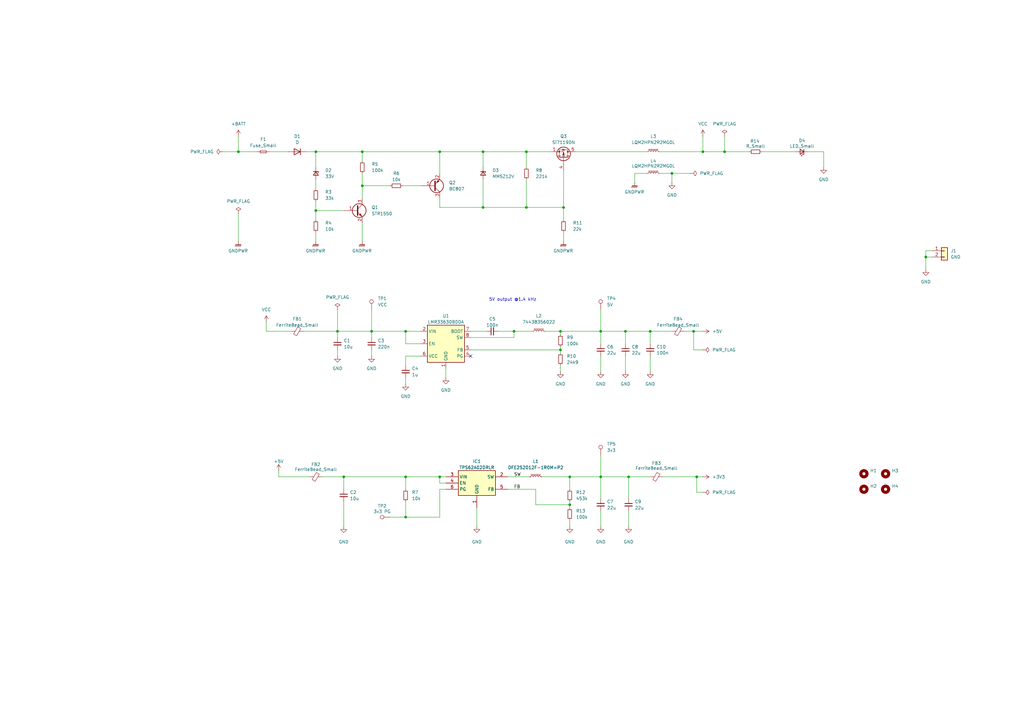
<source format=kicad_sch>
(kicad_sch (version 20231120) (generator "eeschema") (generator_version "8.0")
  (paper "A3")
  (title_block (title "Power") (date "2025-04-29") (rev "v0.1.0") (company "github.com/gabbla") (comment 1 "${PROJECTNAME}"))
  (lib_symbols
    (symbol "Connector:TestPoint" (pin_numbers hide) (pin_names (offset 0.762) hide)
      (property "Reference" "TP" (at 0 6.858 0))
      (property "Value" "TestPoint" (at 0 5.08 0))
      (symbol "TestPoint_0_1"
        (circle (center 0 3.302) (radius 0.762))
      )
      (symbol "TestPoint_1_1"
        (pin passive line (at 0 0 90) (length 2.54) (name "1") (number "1"))
      )
    )
    (symbol "Connector_Generic:Conn_01x02" (pin_names (offset 1.016) hide)
      (property "Reference" "J" (at 0 2.54 0))
      (property "Value" "Conn_01x02" (at 0 -5.08 0))
      (symbol "Conn_01x02_1_1"
        (rectangle (start -1.27 -2.413) (end 0 -2.667) (stroke (width 0.1524)))
        (rectangle (start -1.27 0.127) (end 0 -0.127) (stroke (width 0.1524)))
        (rectangle (start -1.27 1.27) (end 1.27 -3.81) (stroke (width 0.254)) (fill (type background)))
        (pin passive line (at -5.08 0 0) (length 3.81) (name "Pin_1") (number "1"))
        (pin passive line (at -5.08 -2.54 0) (length 3.81) (name "Pin_2") (number "2"))
      )
    )
    (symbol "Device:C_Small" (pin_numbers hide) (pin_names (offset 0.254) hide)
      (property "Reference" "C" (at 0.254 1.778 0))
      (property "Value" "C_Small" (at 0.254 -2.032 0))
      (symbol "C_Small_0_1"
        (polyline (pts (xy -1.524 -0.508) (xy 1.524 -0.508)) (stroke (width 0.3302)))
        (polyline (pts (xy -1.524 0.508) (xy 1.524 0.508)) (stroke (width 0.3048)))
      )
      (symbol "C_Small_1_1"
        (pin passive line (at 0 2.54 270) (length 2.032) (name "~") (number "1"))
        (pin passive line (at 0 -2.54 90) (length 2.032) (name "~") (number "2"))
      )
    )
    (symbol "Device:D" (pin_numbers hide) (pin_names (offset 1.016) hide)
      (property "Reference" "D" (at 0 2.54 0))
      (property "Value" "D" (at 0 -2.54 0))
      (symbol "D_0_1"
        (polyline (pts (xy -1.27 1.27) (xy -1.27 -1.27)) (stroke (width 0.254)))
        (polyline (pts (xy 1.27 0) (xy -1.27 0)))
        (polyline (pts (xy 1.27 1.27) (xy 1.27 -1.27) (xy -1.27 0) (xy 1.27 1.27)) (stroke (width 0.254)))
      )
      (symbol "D_1_1"
        (pin passive line (at -3.81 0 0) (length 2.54) (name "K") (number "1"))
        (pin passive line (at 3.81 0 180) (length 2.54) (name "A") (number "2"))
      )
    )
    (symbol "Device:D_Zener_Small" (pin_numbers hide) (pin_names (offset 0.254) hide)
      (property "Reference" "D" (at 0 2.286 0))
      (property "Value" "D_Zener_Small" (at 0 -2.286 0))
      (symbol "D_Zener_Small_0_1"
        (polyline (pts (xy 0.762 0) (xy -0.762 0)))
        (polyline (pts (xy -0.254 1.016) (xy -0.762 1.016) (xy -0.762 -1.016)) (stroke (width 0.254)))
        (polyline (pts (xy 0.762 1.016) (xy -0.762 0) (xy 0.762 -1.016) (xy 0.762 1.016)) (stroke (width 0.254)))
      )
      (symbol "D_Zener_Small_1_1"
        (pin passive line (at -2.54 0 0) (length 1.778) (name "K") (number "1"))
        (pin passive line (at 2.54 0 180) (length 1.778) (name "A") (number "2"))
      )
    )
    (symbol "Device:FerriteBead_Small" (pin_numbers hide) (pin_names (offset 0))
      (property "Reference" "FB" (at 1.905 1.27 0))
      (property "Value" "FerriteBead_Small" (at 1.905 -1.27 0))
      (symbol "FerriteBead_Small_0_1"
        (polyline (pts (xy 0 -1.27) (xy 0 -0.7874)))
        (polyline (pts (xy 0 0.889) (xy 0 1.2954)))
        (polyline (pts (xy -1.8288 0.2794) (xy -1.1176 1.4986) (xy 1.8288 -0.2032) (xy 1.1176 -1.4224) (xy -1.8288 0.2794)))
      )
      (symbol "FerriteBead_Small_1_1"
        (pin passive line (at 0 2.54 270) (length 1.27) (name "~") (number "1"))
        (pin passive line (at 0 -2.54 90) (length 1.27) (name "~") (number "2"))
      )
    )
    (symbol "Device:Fuse_Small" (pin_numbers hide) (pin_names (offset 0.254) hide)
      (property "Reference" "F" (at 0 -1.524 0))
      (property "Value" "Fuse_Small" (at 0 1.524 0))
      (symbol "Fuse_Small_0_1"
        (rectangle (start -1.27 0.508) (end 1.27 -0.508))
        (polyline (pts (xy -1.27 0) (xy 1.27 0)))
      )
      (symbol "Fuse_Small_1_1"
        (pin passive line (at -2.54 0 0) (length 1.27) (name "~") (number "1"))
        (pin passive line (at 2.54 0 180) (length 1.27) (name "~") (number "2"))
      )
    )
    (symbol "Device:LED_Small" (pin_numbers hide) (pin_names (offset 0.254) hide)
      (property "Reference" "D" (at -1.27 3.175 0))
      (property "Value" "LED_Small" (at -4.445 -2.54 0))
      (symbol "LED_Small_0_1"
        (polyline (pts (xy -0.762 -1.016) (xy -0.762 1.016)) (stroke (width 0.254)))
        (polyline (pts (xy 1.016 0) (xy -0.762 0)))
        (polyline (pts (xy 0.762 -1.016) (xy -0.762 0) (xy 0.762 1.016) (xy 0.762 -1.016)) (stroke (width 0.254)))
        (polyline (pts (xy 0 0.762) (xy -0.508 1.27) (xy -0.254 1.27) (xy -0.508 1.27) (xy -0.508 1.016)))
        (polyline (pts (xy 0.508 1.27) (xy 0 1.778) (xy 0.254 1.778) (xy 0 1.778) (xy 0 1.524)))
      )
      (symbol "LED_Small_1_1"
        (pin passive line (at -2.54 0 0) (length 1.778) (name "K") (number "1"))
        (pin passive line (at 2.54 0 180) (length 1.778) (name "A") (number "2"))
      )
    )
    (symbol "Device:L_Ferrite_Small" (pin_numbers hide) (pin_names (offset 0.254) hide)
      (property "Reference" "L" (at 1.27 1.016 0))
      (property "Value" "L_Ferrite_Small" (at 1.27 -1.27 0))
      (symbol "L_Ferrite_Small_0_1"
        (arc (start 0 -2.032) (mid 0.5058 -1.524) (end 0 -1.016))
        (arc (start 0 -1.016) (mid 0.5058 -0.508) (end 0 0))
        (polyline (pts (xy 0.762 -1.905) (xy 0.762 -1.651)))
        (polyline (pts (xy 0.762 -1.397) (xy 0.762 -1.143)))
        (polyline (pts (xy 0.762 -0.889) (xy 0.762 -0.635)))
        (polyline (pts (xy 0.762 -0.381) (xy 0.762 -0.127)))
        (polyline (pts (xy 0.762 0.127) (xy 0.762 0.381)))
        (polyline (pts (xy 0.762 0.635) (xy 0.762 0.889)))
        (polyline (pts (xy 0.762 1.143) (xy 0.762 1.397)))
        (polyline (pts (xy 0.762 1.651) (xy 0.762 1.905)))
        (polyline (pts (xy 1.016 -1.651) (xy 1.016 -1.905)))
        (polyline (pts (xy 1.016 -1.143) (xy 1.016 -1.397)))
        (polyline (pts (xy 1.016 -0.635) (xy 1.016 -0.889)))
        (polyline (pts (xy 1.016 -0.127) (xy 1.016 -0.381)))
        (polyline (pts (xy 1.016 0.381) (xy 1.016 0.127)))
        (polyline (pts (xy 1.016 0.889) (xy 1.016 0.635)))
        (polyline (pts (xy 1.016 1.397) (xy 1.016 1.143)))
        (polyline (pts (xy 1.016 1.905) (xy 1.016 1.651)))
        (arc (start 0 0) (mid 0.5058 0.508) (end 0 1.016))
        (arc (start 0 1.016) (mid 0.5058 1.524) (end 0 2.032))
      )
      (symbol "L_Ferrite_Small_1_1"
        (pin passive line (at 0 2.54 270) (length 0.508) (name "~") (number "1"))
        (pin passive line (at 0 -2.54 90) (length 0.508) (name "~") (number "2"))
      )
    )
    (symbol "Device:Q_NPN_BEC" (pin_names (offset 0) hide)
      (property "Reference" "Q" (at 5.08 1.27 0))
      (property "Value" "Q_NPN_BEC" (at 5.08 -1.27 0))
      (symbol "Q_NPN_BEC_0_1"
        (polyline (pts (xy 0.635 0.635) (xy 2.54 2.54)))
        (polyline (pts (xy 0.635 -0.635) (xy 2.54 -2.54) (xy 2.54 -2.54)))
        (polyline (pts (xy 0.635 1.905) (xy 0.635 -1.905) (xy 0.635 -1.905)) (stroke (width 0.508)))
        (polyline (pts (xy 1.27 -1.778) (xy 1.778 -1.27) (xy 2.286 -2.286) (xy 1.27 -1.778) (xy 1.27 -1.778)) (fill (type outline)))
        (circle (center 1.27 0) (radius 2.8194) (stroke (width 0.254)))
      )
      (symbol "Q_NPN_BEC_1_1"
        (pin input line (at -5.08 0 0) (length 5.715) (name "B") (number "1"))
        (pin passive line (at 2.54 -5.08 90) (length 2.54) (name "E") (number "2"))
        (pin passive line (at 2.54 5.08 270) (length 2.54) (name "C") (number "3"))
      )
    )
    (symbol "Device:R_Small" (pin_numbers hide) (pin_names (offset 0.254) hide)
      (property "Reference" "R" (at 0.762 0.508 0))
      (property "Value" "R_Small" (at 0.762 -1.016 0))
      (symbol "R_Small_0_1"
        (rectangle (start -0.762 1.778) (end 0.762 -1.778) (stroke (width 0.2032)))
      )
      (symbol "R_Small_1_1"
        (pin passive line (at 0 2.54 270) (length 0.762) (name "~") (number "1"))
        (pin passive line (at 0 -2.54 90) (length 0.762) (name "~") (number "2"))
      )
    )
    (symbol "Mechanical:MountingHole" (pin_names (offset 1.016))
      (property "Reference" "H" (at 0 5.08 0))
      (property "Value" "MountingHole" (at 0 3.175 0))
      (symbol "MountingHole_0_1"
        (circle (center 0 0) (radius 1.27) (stroke (width 1.27)))
      )
    )
    (symbol "Regulator_Switching:LMR33630BDDA"
      (property "Reference" "U" (at 0 11.43 0))
      (property "Value" "LMR33630BDDA" (at 0 8.89 0))
      (symbol "LMR33630BDDA_0_1"
        (rectangle (start -7.62 7.62) (end 7.62 -7.62) (stroke (width 0.254)) (fill (type background)))
      )
      (symbol "LMR33630BDDA_1_1"
        (pin power_in line (at 0 -10.16 90) (length 2.54) (name "GND") (number "1"))
        (pin power_in line (at -10.16 5.08 0) (length 2.54) (name "VIN") (number "2"))
        (pin input line (at -10.16 0 0) (length 2.54) (name "EN") (number "3"))
        (pin open_collector line (at 10.16 -5.08 180) (length 2.54) (name "PG") (number "4"))
        (pin input line (at 10.16 -2.54 180) (length 2.54) (name "FB") (number "5"))
        (pin power_out line (at -10.16 -5.08 0) (length 2.54) (name "VCC") (number "6"))
        (pin input line (at 10.16 5.08 180) (length 2.54) (name "BOOT") (number "7"))
        (pin output line (at 10.16 2.54 180) (length 2.54) (name "SW") (number "8"))
        (pin passive line (at 0 -10.16 90) (length 2.54) hide (name "GND") (number "9"))
      )
    )
    (symbol "TPS62A02DRLR:TPS62A02DRLR"
      (property "Reference" "IC" (at 12.192 7.366 0))
      (property "Value" "TPS62A02DRLR" (at 5.842 4.826 0))
      (symbol "TPS62A02DRLR_1_1"
        (rectangle (start 5.08 2.54) (end 20.32 -7.62) (stroke (width 0.254)) (fill (type background)))
        (pin passive line (at 12.7 -12.7 90) (length 5.08) (name "GND") (number "1"))
        (pin passive line (at 25.4 0 180) (length 5.08) (name "SW") (number "2"))
        (pin passive line (at 0 0 0) (length 5.08) (name "VIN") (number "3"))
        (pin passive line (at 0 -2.54 0) (length 5.08) (name "EN") (number "4"))
        (pin passive line (at 25.4 -5.08 180) (length 5.08) (name "FB") (number "5"))
        (pin passive line (at 0 -5.08 0) (length 5.08) (name "PG") (number "6"))
      )
    )
    (symbol "Transistor_BJT:BC807" (pin_names (offset 0) hide)
      (property "Reference" "Q" (at 5.08 1.905 0))
      (property "Value" "BC807" (at 5.08 0 0))
      (symbol "BC807_0_1"
        (polyline (pts (xy 0.635 0.635) (xy 2.54 2.54)))
        (polyline (pts (xy 0.635 -0.635) (xy 2.54 -2.54) (xy 2.54 -2.54)))
        (polyline (pts (xy 0.635 1.905) (xy 0.635 -1.905) (xy 0.635 -1.905)) (stroke (width 0.508)))
        (polyline (pts (xy 2.286 -1.778) (xy 1.778 -2.286) (xy 1.27 -1.27) (xy 2.286 -1.778) (xy 2.286 -1.778)) (fill (type outline)))
        (circle (center 1.27 0) (radius 2.8194) (stroke (width 0.254)))
      )
      (symbol "BC807_1_1"
        (pin input line (at -5.08 0 0) (length 5.715) (name "B") (number "1"))
        (pin passive line (at 2.54 -5.08 90) (length 2.54) (name "E") (number "2"))
        (pin passive line (at 2.54 5.08 270) (length 2.54) (name "C") (number "3"))
      )
    )
    (symbol "Transistor_FET:SiSS27DN" (pin_names hide)
      (property "Reference" "Q" (at 5.08 1.905 0))
      (property "Value" "SiSS27DN" (at 5.08 0 0))
      (symbol "SiSS27DN_0_1"
        (polyline (pts (xy 0.254 0) (xy -2.54 0)))
        (polyline (pts (xy 0.254 1.905) (xy 0.254 -1.905)) (stroke (width 0.254)))
        (polyline (pts (xy 0.762 -1.27) (xy 0.762 -2.286)) (stroke (width 0.254)))
        (polyline (pts (xy 0.762 0.508) (xy 0.762 -0.508)) (stroke (width 0.254)))
        (polyline (pts (xy 0.762 2.286) (xy 0.762 1.27)) (stroke (width 0.254)))
        (polyline (pts (xy 2.54 2.54) (xy 2.54 1.778)))
        (polyline (pts (xy 2.54 -2.54) (xy 2.54 0) (xy 0.762 0)))
        (polyline (pts (xy 0.762 1.778) (xy 3.302 1.778) (xy 3.302 -1.778) (xy 0.762 -1.778)))
        (polyline (pts (xy 2.286 0) (xy 1.27 0.381) (xy 1.27 -0.381) (xy 2.286 0)) (fill (type outline)))
        (polyline (pts (xy 2.794 -0.508) (xy 2.921 -0.381) (xy 3.683 -0.381) (xy 3.81 -0.254)))
        (polyline (pts (xy 3.302 -0.381) (xy 2.921 0.254) (xy 3.683 0.254) (xy 3.302 -0.381)))
        (circle (center 1.651 0) (radius 2.794) (stroke (width 0.254)))
        (circle (center 2.54 -1.778) (radius 0.254) (fill (type outline)))
        (circle (center 2.54 1.778) (radius 0.254) (fill (type outline)))
      )
      (symbol "SiSS27DN_1_1"
        (pin passive line (at 2.54 -5.08 90) (length 2.54) (name "S") (number "1"))
        (pin passive line (at 2.54 -5.08 90) (length 2.54) hide (name "S") (number "2"))
        (pin passive line (at 2.54 -5.08 90) (length 2.54) hide (name "S") (number "3"))
        (pin passive line (at -5.08 0 0) (length 2.54) (name "G") (number "4"))
        (pin passive line (at 2.54 5.08 270) (length 2.54) (name "D") (number "5"))
      )
    )
    (symbol "power:+3V3" (power) (pin_numbers hide) (pin_names (offset 0) hide)
      (property "Value" "+3V3" (at 0 3.556 0))
      (symbol "+3V3_0_1"
        (polyline (pts (xy -0.762 1.27) (xy 0 2.54)))
        (polyline (pts (xy 0 0) (xy 0 2.54)))
        (polyline (pts (xy 0 2.54) (xy 0.762 1.27)))
      )
      (symbol "+3V3_1_1"
        (pin power_in line (at 0 0 90) (length 0) (name "~") (number "1"))
      )
    )
    (symbol "power:+5V" (power) (pin_numbers hide) (pin_names (offset 0) hide)
      (property "Value" "+5V" (at 0 3.556 0))
      (symbol "+5V_0_1"
        (polyline (pts (xy -0.762 1.27) (xy 0 2.54)))
        (polyline (pts (xy 0 0) (xy 0 2.54)))
        (polyline (pts (xy 0 2.54) (xy 0.762 1.27)))
      )
      (symbol "+5V_1_1"
        (pin power_in line (at 0 0 90) (length 0) (name "~") (number "1"))
      )
    )
    (symbol "power:+BATT" (power) (pin_numbers hide) (pin_names (offset 0) hide)
      (property "Value" "+BATT" (at 0 3.556 0))
      (symbol "+BATT_0_1"
        (polyline (pts (xy -0.762 1.27) (xy 0 2.54)))
        (polyline (pts (xy 0 0) (xy 0 2.54)))
        (polyline (pts (xy 0 2.54) (xy 0.762 1.27)))
      )
      (symbol "+BATT_1_1"
        (pin power_in line (at 0 0 90) (length 0) (name "~") (number "1"))
      )
    )
    (symbol "power:GND" (power) (pin_numbers hide) (pin_names (offset 0) hide)
      (property "Value" "GND" (at 0 -3.81 0))
      (symbol "GND_0_1"
        (polyline (pts (xy 0 0) (xy 0 -1.27) (xy 1.27 -1.27) (xy 0 -2.54) (xy -1.27 -1.27) (xy 0 -1.27)))
      )
      (symbol "GND_1_1"
        (pin power_in line (at 0 0 270) (length 0) (name "~") (number "1"))
      )
    )
    (symbol "power:GNDPWR" (power) (pin_numbers hide) (pin_names (offset 0) hide)
      (property "Value" "GNDPWR" (at 0 -3.302 0))
      (symbol "GNDPWR_0_1"
        (polyline (pts (xy 0 -1.27) (xy 0 0)))
        (polyline (pts (xy -1.016 -1.27) (xy -1.27 -2.032) (xy -1.27 -2.032)) (stroke (width 0.2032)))
        (polyline (pts (xy -0.508 -1.27) (xy -0.762 -2.032) (xy -0.762 -2.032)) (stroke (width 0.2032)))
        (polyline (pts (xy 0 -1.27) (xy -0.254 -2.032) (xy -0.254 -2.032)) (stroke (width 0.2032)))
        (polyline (pts (xy 0.508 -1.27) (xy 0.254 -2.032) (xy 0.254 -2.032)) (stroke (width 0.2032)))
        (polyline (pts (xy 1.016 -1.27) (xy -1.016 -1.27) (xy -1.016 -1.27)) (stroke (width 0.2032)))
        (polyline (pts (xy 1.016 -1.27) (xy 0.762 -2.032) (xy 0.762 -2.032) (xy 0.762 -2.032)) (stroke (width 0.2032)))
      )
      (symbol "GNDPWR_1_1"
        (pin power_in line (at 0 0 270) (length 0) (name "~") (number "1"))
      )
    )
    (symbol "power:PWR_FLAG" (power) (pin_numbers hide) (pin_names (offset 0) hide)
      (property "Value" "PWR_FLAG" (at 0 3.81 0))
      (symbol "PWR_FLAG_0_0"
        (pin power_out line (at 0 0 90) (length 0) (name "~") (number "1"))
      )
      (symbol "PWR_FLAG_0_1"
        (polyline (pts (xy 0 0) (xy 0 1.27) (xy -1.016 1.905) (xy 0 2.54) (xy 1.016 1.905) (xy 0 1.27)))
      )
    )
    (symbol "power:VCC" (power) (pin_numbers hide) (pin_names (offset 0) hide)
      (property "Value" "VCC" (at 0 3.556 0))
      (symbol "VCC_0_1"
        (polyline (pts (xy -0.762 1.27) (xy 0 2.54)))
        (polyline (pts (xy 0 0) (xy 0 2.54)))
        (polyline (pts (xy 0 2.54) (xy 0.762 1.27)))
      )
      (symbol "VCC_1_1"
        (pin power_in line (at 0 0 90) (length 0) (name "~") (number "1"))
      )
    )
  )
  (junction (at 166.37 212.09))
  (junction (at 266.7 135.89))
  (junction (at 180.34 62.23))
  (junction (at 285.75 195.58))
  (junction (at 210.82 135.89))
  (junction (at 138.43 135.89))
  (junction (at 140.97 195.58))
  (junction (at 215.9 85.09))
  (junction (at 198.12 85.09))
  (junction (at 379.73 105.41))
  (junction (at 288.29 62.23))
  (junction (at 152.4 135.89))
  (junction (at 129.54 86.36))
  (junction (at 166.37 135.89))
  (junction (at 148.59 62.23))
  (junction (at 256.54 135.89))
  (junction (at 97.79 62.23))
  (junction (at 297.18 62.23))
  (junction (at 166.37 195.58))
  (junction (at 246.38 135.89))
  (junction (at 275.59 71.12))
  (junction (at 231.14 85.09))
  (junction (at 233.68 195.58))
  (junction (at 229.87 143.51))
  (junction (at 229.87 135.89))
  (junction (at 233.68 207.01))
  (junction (at 148.59 76.2))
  (junction (at 284.48 135.89))
  (junction (at 257.81 195.58))
  (junction (at 198.12 62.23))
  (junction (at 215.9 62.23))
  (junction (at 129.54 62.23))
  (junction (at 246.38 195.58))
  (junction (at 180.34 195.58))
  (no_connect (at 193.04 146.05))
  (wire (pts (xy 172.72 140.97) (xy 166.37 140.97)))
  (wire (pts (xy 288.29 143.51) (xy 284.48 143.51)))
  (wire (pts (xy 97.79 55.88) (xy 97.79 62.23)))
  (wire (pts (xy 246.38 127) (xy 246.38 135.89)))
  (wire (pts (xy 110.49 62.23) (xy 118.11 62.23)))
  (wire (pts (xy 152.4 135.89) (xy 138.43 135.89)))
  (wire (pts (xy 208.28 200.66) (xy 219.71 200.66)))
  (wire (pts (xy 379.73 102.87) (xy 379.73 105.41)))
  (wire (pts (xy 260.35 71.12) (xy 265.43 71.12)))
  (wire (pts (xy 165.1 76.2) (xy 172.72 76.2)))
  (wire (pts (xy 180.34 85.09) (xy 198.12 85.09)))
  (wire (pts (xy 180.34 212.09) (xy 166.37 212.09)))
  (wire (pts (xy 256.54 135.89) (xy 266.7 135.89)))
  (wire (pts (xy 210.82 135.89) (xy 204.47 135.89)))
  (wire (pts (xy 193.04 143.51) (xy 229.87 143.51)))
  (wire (pts (xy 198.12 85.09) (xy 198.12 73.66)))
  (wire (pts (xy 288.29 55.88) (xy 288.29 62.23)))
  (wire (pts (xy 148.59 66.04) (xy 148.59 62.23)))
  (wire (pts (xy 125.73 62.23) (xy 129.54 62.23)))
  (wire (pts (xy 229.87 149.86) (xy 229.87 152.4)))
  (wire (pts (xy 231.14 85.09) (xy 231.14 90.17)))
  (wire (pts (xy 257.81 209.55) (xy 257.81 215.9)))
  (wire (pts (xy 138.43 143.51) (xy 138.43 146.05)))
  (wire (pts (xy 379.73 105.41) (xy 382.27 105.41)))
  (wire (pts (xy 288.29 195.58) (xy 285.75 195.58)))
  (wire (pts (xy 256.54 135.89) (xy 256.54 140.97)))
  (wire (pts (xy 337.82 62.23) (xy 337.82 68.58)))
  (wire (pts (xy 91.44 62.23) (xy 97.79 62.23)))
  (wire (pts (xy 246.38 146.05) (xy 246.38 152.4)))
  (wire (pts (xy 382.27 102.87) (xy 379.73 102.87)))
  (wire (pts (xy 246.38 195.58) (xy 233.68 195.58)))
  (wire (pts (xy 379.73 105.41) (xy 379.73 110.49)))
  (wire (pts (xy 219.71 207.01) (xy 233.68 207.01)))
  (wire (pts (xy 266.7 146.05) (xy 266.7 152.4)))
  (wire (pts (xy 215.9 73.66) (xy 215.9 85.09)))
  (wire (pts (xy 246.38 186.69) (xy 246.38 195.58)))
  (wire (pts (xy 129.54 82.55) (xy 129.54 86.36)))
  (wire (pts (xy 182.88 200.66) (xy 180.34 200.66)))
  (wire (pts (xy 297.18 55.88) (xy 297.18 62.23)))
  (wire (pts (xy 195.58 208.28) (xy 195.58 215.9)))
  (wire (pts (xy 285.75 195.58) (xy 271.78 195.58)))
  (wire (pts (xy 231.14 95.25) (xy 231.14 99.06)))
  (wire (pts (xy 222.25 195.58) (xy 233.68 195.58)))
  (wire (pts (xy 215.9 62.23) (xy 226.06 62.23)))
  (wire (pts (xy 215.9 68.58) (xy 215.9 62.23)))
  (wire (pts (xy 275.59 71.12) (xy 283.21 71.12)))
  (wire (pts (xy 215.9 85.09) (xy 231.14 85.09)))
  (wire (pts (xy 210.82 138.43) (xy 210.82 135.89)))
  (wire (pts (xy 285.75 201.93) (xy 285.75 195.58)))
  (wire (pts (xy 148.59 76.2) (xy 148.59 81.28)))
  (wire (pts (xy 231.14 69.85) (xy 231.14 85.09)))
  (wire (pts (xy 297.18 62.23) (xy 307.34 62.23)))
  (wire (pts (xy 246.38 204.47) (xy 246.38 195.58)))
  (wire (pts (xy 132.08 195.58) (xy 140.97 195.58)))
  (wire (pts (xy 208.28 195.58) (xy 217.17 195.58)))
  (wire (pts (xy 270.51 71.12) (xy 275.59 71.12)))
  (wire (pts (xy 229.87 135.89) (xy 246.38 135.89)))
  (wire (pts (xy 148.59 91.44) (xy 148.59 99.06)))
  (wire (pts (xy 166.37 154.94) (xy 166.37 157.48)))
  (wire (pts (xy 166.37 140.97) (xy 166.37 135.89)))
  (wire (pts (xy 138.43 135.89) (xy 138.43 138.43)))
  (wire (pts (xy 198.12 68.58) (xy 198.12 62.23)))
  (wire (pts (xy 233.68 207.01) (xy 233.68 208.28)))
  (wire (pts (xy 288.29 201.93) (xy 285.75 201.93)))
  (wire (pts (xy 160.02 212.09) (xy 166.37 212.09)))
  (wire (pts (xy 114.3 195.58) (xy 127 195.58)))
  (wire (pts (xy 229.87 143.51) (xy 229.87 142.24)))
  (wire (pts (xy 223.52 135.89) (xy 229.87 135.89)))
  (wire (pts (xy 166.37 195.58) (xy 180.34 195.58)))
  (wire (pts (xy 233.68 195.58) (xy 233.68 200.66)))
  (wire (pts (xy 229.87 143.51) (xy 229.87 144.78)))
  (wire (pts (xy 148.59 62.23) (xy 129.54 62.23)))
  (wire (pts (xy 246.38 135.89) (xy 256.54 135.89)))
  (wire (pts (xy 172.72 146.05) (xy 166.37 146.05)))
  (wire (pts (xy 140.97 205.74) (xy 140.97 215.9)))
  (wire (pts (xy 229.87 135.89) (xy 229.87 137.16)))
  (wire (pts (xy 193.04 138.43) (xy 210.82 138.43)))
  (wire (pts (xy 109.22 135.89) (xy 119.38 135.89)))
  (wire (pts (xy 166.37 195.58) (xy 166.37 200.66)))
  (wire (pts (xy 129.54 73.66) (xy 129.54 77.47)))
  (wire (pts (xy 198.12 62.23) (xy 215.9 62.23)))
  (wire (pts (xy 140.97 195.58) (xy 166.37 195.58)))
  (wire (pts (xy 152.4 143.51) (xy 152.4 146.05)))
  (wire (pts (xy 180.34 198.12) (xy 180.34 195.58)))
  (wire (pts (xy 129.54 62.23) (xy 129.54 68.58)))
  (wire (pts (xy 114.3 193.04) (xy 114.3 195.58)))
  (wire (pts (xy 215.9 85.09) (xy 198.12 85.09)))
  (wire (pts (xy 138.43 127) (xy 138.43 135.89)))
  (wire (pts (xy 288.29 62.23) (xy 270.51 62.23)))
  (wire (pts (xy 260.35 71.12) (xy 260.35 74.93)))
  (wire (pts (xy 182.88 198.12) (xy 180.34 198.12)))
  (wire (pts (xy 152.4 135.89) (xy 152.4 138.43)))
  (wire (pts (xy 180.34 71.12) (xy 180.34 62.23)))
  (wire (pts (xy 180.34 81.28) (xy 180.34 85.09)))
  (wire (pts (xy 275.59 71.12) (xy 275.59 74.93)))
  (wire (pts (xy 257.81 195.58) (xy 246.38 195.58)))
  (wire (pts (xy 152.4 127) (xy 152.4 135.89)))
  (wire (pts (xy 256.54 146.05) (xy 256.54 152.4)))
  (wire (pts (xy 284.48 135.89) (xy 288.29 135.89)))
  (wire (pts (xy 124.46 135.89) (xy 138.43 135.89)))
  (wire (pts (xy 166.37 135.89) (xy 152.4 135.89)))
  (wire (pts (xy 129.54 86.36) (xy 140.97 86.36)))
  (wire (pts (xy 166.37 205.74) (xy 166.37 212.09)))
  (wire (pts (xy 97.79 87.63) (xy 97.79 99.06)))
  (wire (pts (xy 266.7 135.89) (xy 275.59 135.89)))
  (wire (pts (xy 180.34 62.23) (xy 198.12 62.23)))
  (wire (pts (xy 266.7 140.97) (xy 266.7 135.89)))
  (wire (pts (xy 180.34 200.66) (xy 180.34 212.09)))
  (wire (pts (xy 180.34 62.23) (xy 148.59 62.23)))
  (wire (pts (xy 219.71 200.66) (xy 219.71 207.01)))
  (wire (pts (xy 109.22 132.08) (xy 109.22 135.89)))
  (wire (pts (xy 182.88 151.13) (xy 182.88 154.94)))
  (wire (pts (xy 172.72 135.89) (xy 166.37 135.89)))
  (wire (pts (xy 257.81 204.47) (xy 257.81 195.58)))
  (wire (pts (xy 166.37 146.05) (xy 166.37 149.86)))
  (wire (pts (xy 129.54 95.25) (xy 129.54 99.06)))
  (wire (pts (xy 233.68 213.36) (xy 233.68 215.9)))
  (wire (pts (xy 236.22 62.23) (xy 265.43 62.23)))
  (wire (pts (xy 233.68 207.01) (xy 233.68 205.74)))
  (wire (pts (xy 280.67 135.89) (xy 284.48 135.89)))
  (wire (pts (xy 284.48 135.89) (xy 284.48 143.51)))
  (wire (pts (xy 129.54 86.36) (xy 129.54 90.17)))
  (wire (pts (xy 210.82 135.89) (xy 218.44 135.89)))
  (wire (pts (xy 246.38 135.89) (xy 246.38 140.97)))
  (wire (pts (xy 257.81 195.58) (xy 266.7 195.58)))
  (wire (pts (xy 148.59 71.12) (xy 148.59 76.2)))
  (wire (pts (xy 331.47 62.23) (xy 337.82 62.23)))
  (wire (pts (xy 140.97 195.58) (xy 140.97 200.66)))
  (wire (pts (xy 148.59 76.2) (xy 160.02 76.2)))
  (wire (pts (xy 312.42 62.23) (xy 326.39 62.23)))
  (wire (pts (xy 193.04 135.89) (xy 199.39 135.89)))
  (wire (pts (xy 97.79 62.23) (xy 105.41 62.23)))
  (wire (pts (xy 288.29 62.23) (xy 297.18 62.23)))
  (wire (pts (xy 182.88 195.58) (xy 180.34 195.58)))
  (wire (pts (xy 246.38 209.55) (xy 246.38 215.9)))
  (text "5V output @1.4 kHz" (at 210.312 122.936 0) (effects (font (size 1.27 1.27))))
  (label "SW" (at 210.82 195.58 0))
  (label "FB" (at 210.82 200.66 0))
  (symbol (lib_id "power:GND") (at 195.58 215.9 0) (unit 1)
    (property "Reference" "#PWR012" (effects (hide yes)))
    (property "Value" "GND" (at 195.58 222.25 0))
    (property "Description" "Power symbol creates a global label with name \"GND\" , ground" (effects (hide yes)))
  )
  (symbol (lib_id "power:PWR_FLAG") (at 138.43 127 0) (unit 1)
    (property "Reference" "#FLG03" (effects (hide yes)))
    (property "Value" "PWR_FLAG" (at 138.43 121.92 0))
    (property "Description" "Special symbol for telling ERC where power comes from" (effects (hide yes)))
  )
  (symbol (lib_id "Device:C_Small") (at 140.97 203.2 0) (unit 1)
    (property "Reference" "C2" (at 143.51 201.9362 0) (effects (justify left)))
    (property "Value" "10u" (at 143.51 204.4762 0) (effects (justify left)))
    (property "Footprint" "Capacitor_SMD:C_0805_2012Metric_Pad1.18x1.45mm_HandSolder" (effects (hide yes)))
    (property "Description" "Unpolarized capacitor, small symbol" (effects (hide yes)))
  )
  (symbol (lib_id "power:GND") (at 275.59 74.93 0) (unit 1)
    (property "Reference" "#PWR023" (effects (hide yes)))
    (property "Value" "GND" (at 275.59 80.01 0))
    (property "Description" "Power symbol creates a global label with name \"GND\" , ground" (effects (hide yes)))
  )
  (symbol (lib_id "power:GND") (at 256.54 152.4 0) (unit 1)
    (property "Reference" "#PWR018" (effects (hide yes)))
    (property "Value" "GND" (at 256.54 157.48 0))
    (property "Description" "Power symbol creates a global label with name \"GND\" , ground" (effects (hide yes)))
  )
  (symbol (lib_id "Device:R_Small") (at 148.59 68.58 0) (unit 1)
    (property "Reference" "R5" (at 152.4 67.3099 0) (effects (justify left)))
    (property "Value" "100k" (at 152.4 69.8499 0) (effects (justify left)))
    (property "Footprint" "Resistor_SMD:R_0603_1608Metric_Pad0.98x0.95mm_HandSolder" (effects (hide yes)))
    (property "Description" "Resistor, small symbol" (effects (hide yes)))
  )
  (symbol (lib_id "Device:C_Small") (at 166.37 152.4 0) (unit 1)
    (property "Reference" "C4" (at 168.91 151.1362 0) (effects (justify left)))
    (property "Value" "1u" (at 168.91 153.6762 0) (effects (justify left)))
    (property "Footprint" "Capacitor_SMD:C_0603_1608Metric_Pad1.08x0.95mm_HandSolder" (effects (hide yes)))
    (property "Description" "Unpolarized capacitor, small symbol" (effects (hide yes)))
  )
  (symbol (lib_id "Device:R_Small") (at 233.68 203.2 180) (unit 1)
    (property "Reference" "R12" (at 236.22 201.9299 0) (effects (justify right)))
    (property "Value" "453k" (at 236.22 204.4699 0) (effects (justify right)))
    (property "Footprint" "Resistor_SMD:R_0603_1608Metric_Pad0.98x0.95mm_HandSolder" (effects (hide yes)))
    (property "Description" "Resistor, small symbol" (effects (hide yes)))
  )
  (symbol (lib_id "Connector:TestPoint") (at 246.38 186.69 0) (unit 1)
    (property "Reference" "TP5" (at 248.92 182.1179 0) (effects (justify left)))
    (property "Value" "3v3" (at 248.92 184.6579 0) (effects (justify left)))
    (property "Footprint" "TestPoint:TestPoint_Pad_D1.5mm" (effects (hide yes)))
    (property "Description" "test point" (effects (hide yes)))
  )
  (symbol (lib_id "Device:C_Small") (at 246.38 207.01 0) (unit 1)
    (property "Reference" "C7" (at 248.92 205.7462 0) (effects (justify left)))
    (property "Value" "22u" (at 248.92 208.2862 0) (effects (justify left)))
    (property "Footprint" "Capacitor_SMD:C_0805_2012Metric_Pad1.18x1.45mm_HandSolder" (effects (hide yes)))
    (property "Description" "Unpolarized capacitor, small symbol" (effects (hide yes)))
  )
  (symbol (lib_id "power:GND") (at 233.68 215.9 0) (unit 1)
    (property "Reference" "#PWR015" (effects (hide yes)))
    (property "Value" "GND" (at 233.68 222.25 0))
    (property "Description" "Power symbol creates a global label with name \"GND\" , ground" (effects (hide yes)))
  )
  (symbol (lib_id "Device:C_Small") (at 257.81 207.01 0) (unit 1)
    (property "Reference" "C9" (at 260.35 205.7462 0) (effects (justify left)))
    (property "Value" "22u" (at 260.35 208.2862 0) (effects (justify left)))
    (property "Footprint" "Capacitor_SMD:C_0805_2012Metric_Pad1.18x1.45mm_HandSolder" (effects (hide yes)))
    (property "Description" "Unpolarized capacitor, small symbol" (effects (hide yes)))
  )
  (symbol (lib_id "power:GNDPWR") (at 148.59 99.06 0) (unit 1)
    (property "Reference" "#PWR08" (effects (hide yes)))
    (property "Value" "GNDPWR" (at 148.463 102.87 0))
    (property "Description" "Power symbol creates a global label with name \"GNDPWR\" , global ground" (effects (hide yes)))
  )
  (symbol (lib_id "power:GNDPWR") (at 97.79 99.06 0) (unit 1)
    (property "Reference" "#PWR02" (effects (hide yes)))
    (property "Value" "GNDPWR" (at 97.663 102.87 0))
    (property "Description" "Power symbol creates a global label with name \"GNDPWR\" , global ground" (effects (hide yes)))
  )
  (symbol (lib_id "power:GND") (at 257.81 215.9 0) (unit 1)
    (property "Reference" "#PWR019" (effects (hide yes)))
    (property "Value" "GND" (at 257.81 222.25 0))
    (property "Description" "Power symbol creates a global label with name \"GND\" , ground" (effects (hide yes)))
  )
  (symbol (lib_id "Mechanical:MountingHole") (at 363.22 200.66 0) (unit 1)
    (property "Reference" "H4" (at 365.76 199.3899 0) (effects (justify left)))
    (property "Value" "MountingHole" (effects (hide yes)))
    (property "Footprint" "MountingHole:MountingHole_3.2mm_M3_Pad_Via" (effects (hide yes)))
    (property "Description" "Mounting Hole without connection" (effects (hide yes)))
  )
  (symbol (lib_id "Device:L_Ferrite_Small") (at 220.98 135.89 90) (unit 1)
    (property "Reference" "L2" (at 220.98 129.54 90))
    (property "Value" "74438356022" (at 220.98 132.08 90))
    (property "Footprint" "Inductor_SMD:L_Wuerth_MAPI-4020" (effects (hide yes)))
    (property "Description" "Inductor with ferrite core, small symbol" (effects (hide yes)))
  )
  (symbol (lib_id "power:+5V") (at 288.29 135.89 270) (unit 1)
    (property "Reference" "#PWR024" (effects (hide yes)))
    (property "Value" "+5V" (at 292.1 135.8899 90) (effects (justify left)))
    (property "Description" "Power symbol creates a global label with name \"+5V\"" (effects (hide yes)))
  )
  (symbol (lib_id "Device:L_Ferrite_Small") (at 267.97 71.12 90) (unit 1)
    (property "Reference" "L4" (at 267.97 66.04 90))
    (property "Value" "LQM2HPN2R2MG0L" (at 267.97 68.072 90))
    (property "Footprint" "Inductor_SMD:L_1008_2520Metric_Pad1.43x2.20mm_HandSolder" (effects (hide yes)))
    (property "Description" "Inductor with ferrite core, small symbol" (effects (hide yes)))
  )
  (symbol (lib_id "Device:L_Ferrite_Small") (at 267.97 62.23 90) (unit 1)
    (property "Reference" "L3" (at 267.97 55.88 90))
    (property "Value" "LQM2HPN2R2MG0L" (at 267.97 58.42 90))
    (property "Footprint" "Inductor_SMD:L_1008_2520Metric_Pad1.43x2.20mm_HandSolder" (effects (hide yes)))
    (property "Description" "Inductor with ferrite core, small symbol" (effects (hide yes)))
  )
  (symbol (lib_id "power:GNDPWR") (at 260.35 74.93 0) (unit 1)
    (property "Reference" "#PWR021" (effects (hide yes)))
    (property "Value" "GNDPWR" (at 260.223 78.74 0))
    (property "Description" "Power symbol creates a global label with name \"GNDPWR\" , global ground" (effects (hide yes)))
  )
  (symbol (lib_id "power:GND") (at 266.7 152.4 0) (unit 1)
    (property "Reference" "#PWR020" (effects (hide yes)))
    (property "Value" "GND" (at 266.7 157.48 0))
    (property "Description" "Power symbol creates a global label with name \"GND\" , ground" (effects (hide yes)))
  )
  (symbol (lib_id "power:GND") (at 152.4 146.05 0) (unit 1)
    (property "Reference" "#PWR09" (effects (hide yes)))
    (property "Value" "GND" (at 152.4 151.13 0))
    (property "Description" "Power symbol creates a global label with name \"GND\" , ground" (effects (hide yes)))
  )
  (symbol (lib_id "Device:R_Small") (at 215.9 71.12 180) (unit 1)
    (property "Reference" "R8" (at 219.71 69.8499 0) (effects (justify right)))
    (property "Value" "221k" (at 219.71 72.3899 0) (effects (justify right)))
    (property "Footprint" "Resistor_SMD:R_0603_1608Metric_Pad0.98x0.95mm_HandSolder" (effects (hide yes)))
    (property "Description" "Resistor, small symbol" (effects (hide yes)))
  )
  (symbol (lib_id "power:GND") (at 246.38 215.9 0) (unit 1)
    (property "Reference" "#PWR017" (effects (hide yes)))
    (property "Value" "GND" (at 246.38 222.25 0))
    (property "Description" "Power symbol creates a global label with name \"GND\" , ground" (effects (hide yes)))
  )
  (symbol (lib_id "Mechanical:MountingHole") (at 363.22 194.31 0) (unit 1)
    (property "Reference" "H3" (at 365.76 193.0399 0) (effects (justify left)))
    (property "Value" "MountingHole" (effects (hide yes)))
    (property "Footprint" "MountingHole:MountingHole_3.2mm_M3_Pad_Via" (effects (hide yes)))
    (property "Description" "Mounting Hole without connection" (effects (hide yes)))
  )
  (symbol (lib_id "Device:R_Small") (at 231.14 92.71 180) (unit 1)
    (property "Reference" "R11" (at 234.95 91.4399 0) (effects (justify right)))
    (property "Value" "22k" (at 234.95 93.9799 0) (effects (justify right)))
    (property "Footprint" "Resistor_SMD:R_0603_1608Metric_Pad0.98x0.95mm_HandSolder" (effects (hide yes)))
    (property "Description" "Resistor, small symbol" (effects (hide yes)))
  )
  (symbol (lib_id "power:PWR_FLAG") (at 91.44 62.23 90) (unit 1)
    (property "Reference" "#FLG01" (effects (hide yes)))
    (property "Value" "PWR_FLAG" (at 87.63 62.2299 90) (effects (justify left)))
    (property "Description" "Special symbol for telling ERC where power comes from" (effects (hide yes)))
  )
  (symbol (lib_id "power:+3V3") (at 288.29 195.58 270) (unit 1)
    (property "Reference" "#PWR025" (effects (hide yes)))
    (property "Value" "+3V3" (at 292.1 195.5799 90) (effects (justify left)))
    (property "Description" "Power symbol creates a global label with name \"+3V3\"" (effects (hide yes)))
  )
  (symbol (lib_id "power:PWR_FLAG") (at 297.18 55.88 0) (unit 1)
    (property "Reference" "#FLG07" (effects (hide yes)))
    (property "Value" "PWR_FLAG" (at 297.18 50.8 0))
    (property "Description" "Special symbol for telling ERC where power comes from" (effects (hide yes)))
  )
  (symbol (lib_id "power:GND") (at 166.37 157.48 0) (unit 1)
    (property "Reference" "#PWR010" (effects (hide yes)))
    (property "Value" "GND" (at 166.37 162.56 0))
    (property "Description" "Power symbol creates a global label with name \"GND\" , ground" (effects (hide yes)))
  )
  (symbol (lib_id "Device:D_Zener_Small") (at 198.12 71.12 270) (unit 1)
    (property "Reference" "D3" (at 201.93 69.8499 90) (effects (justify left)))
    (property "Value" "MM5Z12V" (at 201.93 72.3899 90) (effects (justify left)))
    (property "Footprint" "Diode_SMD:D_SOD-523" (effects (hide yes)))
    (property "Description" "Zener diode, small symbol" (effects (hide yes)))
  )
  (symbol (lib_id "power:GND") (at 229.87 152.4 0) (unit 1)
    (property "Reference" "#PWR013" (effects (hide yes)))
    (property "Value" "GND" (at 229.87 157.48 0))
    (property "Description" "Power symbol creates a global label with name \"GND\" , ground" (effects (hide yes)))
  )
  (symbol (lib_id "Connector:TestPoint") (at 160.02 212.09 90) (unit 1)
    (property "Reference" "TP2" (at 156.718 207.518 90))
    (property "Value" "3v3 PG" (at 156.718 209.804 90))
    (property "Footprint" "TestPoint:TestPoint_Pad_D1.0mm" (effects (hide yes)))
    (property "Description" "test point" (effects (hide yes)))
  )
  (symbol (lib_id "Device:R_Small") (at 229.87 147.32 0) (unit 1)
    (property "Reference" "R10" (at 232.41 146.0499 0) (effects (justify left)))
    (property "Value" "24k9" (at 232.41 148.5899 0) (effects (justify left)))
    (property "Footprint" "Resistor_SMD:R_0603_1608Metric_Pad0.98x0.95mm_HandSolder" (effects (hide yes)))
    (property "Description" "Resistor, small symbol" (effects (hide yes)))
  )
  (symbol (lib_id "Transistor_FET:SiSS27DN") (at 231.14 64.77 270) (mirror x) (unit 1)
    (property "Reference" "Q3" (at 231.14 55.88 90))
    (property "Value" "Si7119DN" (at 231.14 58.42 90))
    (property "Footprint" "Package_SO:Vishay_PowerPAK_1212-8_Single" (effects (hide yes)))
    (property "Datasheet" "https://www.vishay.com/docs/74251/si7119dn.pdf" (effects (hide yes)))
    (property "Description" "-3A Id, -200V Vds, P-Channel MOSFET, PowerPAK 1212-8 Single" (effects (hide yes)))
  )
  (symbol (lib_id "power:GND") (at 182.88 154.94 0) (unit 1)
    (property "Reference" "#PWR011" (effects (hide yes)))
    (property "Value" "GND" (at 182.88 160.02 0))
    (property "Description" "Power symbol creates a global label with name \"GND\" , ground" (effects (hide yes)))
  )
  (symbol (lib_id "power:PWR_FLAG") (at 288.29 143.51 270) (unit 1)
    (property "Reference" "#FLG04" (effects (hide yes)))
    (property "Value" "PWR_FLAG" (at 292.1 143.5099 90) (effects (justify left)))
    (property "Description" "Special symbol for telling ERC where power comes from" (effects (hide yes)))
  )
  (symbol (lib_id "Device:R_Small") (at 129.54 80.01 0) (unit 1)
    (property "Reference" "R3" (at 133.35 78.7399 0) (effects (justify left)))
    (property "Value" "33k" (at 133.35 81.2799 0) (effects (justify left)))
    (property "Footprint" "Resistor_SMD:R_0603_1608Metric_Pad0.98x0.95mm_HandSolder" (effects (hide yes)))
    (property "Description" "Resistor, small symbol" (effects (hide yes)))
  )
  (symbol (lib_id "Device:R_Small") (at 229.87 139.7 0) (unit 1)
    (property "Reference" "R9" (at 232.41 138.4299 0) (effects (justify left)))
    (property "Value" "100k" (at 232.41 140.9699 0) (effects (justify left)))
    (property "Footprint" "Resistor_SMD:R_0603_1608Metric_Pad0.98x0.95mm_HandSolder" (effects (hide yes)))
    (property "Description" "Resistor, small symbol" (effects (hide yes)))
  )
  (symbol (lib_id "power:GND") (at 246.38 152.4 0) (unit 1)
    (property "Reference" "#PWR016" (effects (hide yes)))
    (property "Value" "GND" (at 246.38 157.48 0))
    (property "Description" "Power symbol creates a global label with name \"GND\" , ground" (effects (hide yes)))
  )
  (symbol (lib_id "power:GND") (at 140.97 215.9 0) (unit 1)
    (property "Reference" "#PWR07" (effects (hide yes)))
    (property "Value" "GND" (at 140.97 222.25 0))
    (property "Description" "Power symbol creates a global label with name \"GND\" , ground" (effects (hide yes)))
  )
  (symbol (lib_id "power:GNDPWR") (at 231.14 99.06 0) (unit 1)
    (property "Reference" "#PWR014" (effects (hide yes)))
    (property "Value" "GNDPWR" (at 231.013 102.87 0))
    (property "Description" "Power symbol creates a global label with name \"GNDPWR\" , global ground" (effects (hide yes)))
  )
  (symbol (lib_id "Device:C_Small") (at 152.4 140.97 0) (unit 1)
    (property "Reference" "C3" (at 154.94 139.7062 0) (effects (justify left)))
    (property "Value" "220n" (at 154.94 142.2462 0) (effects (justify left)))
    (property "Footprint" "Capacitor_SMD:C_0603_1608Metric_Pad1.08x0.95mm_HandSolder" (effects (hide yes)))
    (property "Description" "Unpolarized capacitor, small symbol" (effects (hide yes)))
  )
  (symbol (lib_id "power:GND") (at 138.43 146.05 0) (unit 1)
    (property "Reference" "#PWR06" (effects (hide yes)))
    (property "Value" "GND" (at 138.43 151.13 0))
    (property "Description" "Power symbol creates a global label with name \"GND\" , ground" (effects (hide yes)))
  )
  (symbol (lib_id "TPS62A02DRLR:TPS62A02DRLR") (at 182.88 195.58 0) (unit 1)
    (property "Reference" "IC1" (at 195.58 189.23 0))
    (property "Value" "TPS62A02DRLR" (at 195.58 191.77 0))
    (property "Footprint" "TPS62A02DRLR:SOTFL50P160X60-6N" (effects (hide yes)))
    (property "Datasheet" "https://www.ti.com/lit/ds/symlink/tps62a01.pdf" (effects (hide yes)))
    (property "Description" "Switching Voltage Regulators 2.5-V to 5.5-V input, 2-A high-efficiency step-down converter in SOT-563 package" (effects (hide yes)))
    (property "Height" "0.6" (effects (hide yes)))
    (property "Manufacturer_Name" "Texas Instruments" (effects (hide yes)))
    (property "Manufacturer_Part_Number" "TPS62A02DRLR" (effects (hide yes)))
    (property "Mouser Part Number" "595-TPS62A02DRLR" (effects (hide yes)))
    (property "Mouser Price/Stock" "https://www.mouser.co.uk/ProductDetail/Texas-Instruments/TPS62A02DRLR?qs=vvQtp7zwQdN9ZK%2F5oqTHaw%3D%3D" (effects (hide yes)))
    (property "Arrow Part Number" "TPS62A02DRLR" (effects (hide yes)))
    (property "Arrow Price/Stock" "https://www.arrow.com/en/products/tps62a02drlr/texas-instruments?utm_currency=USD&region=nac" (effects (hide yes)))
  )
  (symbol (lib_id "Device:R_Small") (at 162.56 76.2 90) (unit 1)
    (property "Reference" "R6" (at 162.56 71.12 90))
    (property "Value" "10k" (at 162.56 73.66 90))
    (property "Footprint" "Resistor_SMD:R_0603_1608Metric_Pad0.98x0.95mm_HandSolder" (effects (hide yes)))
    (property "Description" "Resistor, small symbol" (effects (hide yes)))
  )
  (symbol (lib_id "Mechanical:MountingHole") (at 354.33 194.31 0) (unit 1)
    (property "Reference" "H1" (at 356.87 193.0399 0) (effects (justify left)))
    (property "Value" "MountingHole" (effects (hide yes)))
    (property "Footprint" "MountingHole:MountingHole_3.2mm_M3_Pad_Via" (effects (hide yes)))
    (property "Description" "Mounting Hole without connection" (effects (hide yes)))
  )
  (symbol (lib_id "Connector_Generic:Conn_01x02") (at 387.35 102.87 0) (unit 1)
    (property "Reference" "J1" (at 389.89 102.8699 0) (effects (justify left)))
    (property "Value" "GND" (at 389.89 105.4099 0) (effects (justify left)))
    (property "Footprint" "Connector_PinHeader_2.54mm:PinHeader_1x02_P2.54mm_Vertical" (effects (hide yes)))
    (property "Description" "Generic connector, single row, 01x02, script generated (kicad-library-utils/schlib/autogen/connector/)" (effects (hide yes)))
  )
  (symbol (lib_id "Connector:TestPoint") (at 246.38 127 0) (unit 1)
    (property "Reference" "TP4" (at 248.92 122.4279 0) (effects (justify left)))
    (property "Value" "5V" (at 248.92 124.9679 0) (effects (justify left)))
    (property "Footprint" "TestPoint:TestPoint_Pad_D1.5mm" (effects (hide yes)))
    (property "Description" "test point" (effects (hide yes)))
  )
  (symbol (lib_id "Device:LED_Small") (at 328.93 62.23 180) (unit 1)
    (property "Reference" "D4" (at 328.93 57.658 0))
    (property "Value" "LED_Small" (at 328.93 59.944 0))
    (property "Footprint" "LED_SMD:LED_0603_1608Metric_Pad1.05x0.95mm_HandSolder" (effects (hide yes)))
    (property "Description" "Light emitting diode, small symbol" (effects (hide yes)))
  )
  (symbol (lib_id "Device:R_Small") (at 166.37 203.2 180) (unit 1)
    (property "Reference" "R7" (at 168.91 201.9299 0) (effects (justify right)))
    (property "Value" "10k" (at 168.91 204.4699 0) (effects (justify right)))
    (property "Footprint" "Resistor_SMD:R_0603_1608Metric_Pad0.98x0.95mm_HandSolder" (effects (hide yes)))
    (property "Description" "Resistor, small symbol" (effects (hide yes)))
  )
  (symbol (lib_id "Device:C_Small") (at 256.54 143.51 0) (unit 1)
    (property "Reference" "C8" (at 259.08 142.2462 0) (effects (justify left)))
    (property "Value" "22u" (at 259.08 144.7862 0) (effects (justify left)))
    (property "Footprint" "Capacitor_SMD:C_0805_2012Metric_Pad1.18x1.45mm_HandSolder" (effects (hide yes)))
    (property "Description" "Unpolarized capacitor, small symbol" (effects (hide yes)))
  )
  (symbol (lib_id "power:PWR_FLAG") (at 283.21 71.12 270) (unit 1)
    (property "Reference" "#FLG06" (effects (hide yes)))
    (property "Value" "PWR_FLAG" (at 287.02 71.1199 90) (effects (justify left)))
    (property "Description" "Special symbol for telling ERC where power comes from" (effects (hide yes)))
  )
  (symbol (lib_id "Device:L_Ferrite_Small") (at 219.71 195.58 90) (unit 1)
    (property "Reference" "L1" (at 219.71 189.23 90))
    (property "Value" "DFE252012F-1R0M=P2" (at 219.71 191.77 90))
    (property "Footprint" "Inductor_SMD:L_1008_2520Metric_Pad1.43x2.20mm_HandSolder" (effects (hide yes)))
    (property "Description" "Inductor with ferrite core, small symbol" (effects (hide yes)))
  )
  (symbol (lib_id "Device:C_Small") (at 138.43 140.97 0) (unit 1)
    (property "Reference" "C1" (at 140.97 139.7062 0) (effects (justify left)))
    (property "Value" "10u" (at 140.97 142.2462 0) (effects (justify left)))
    (property "Footprint" "Capacitor_SMD:C_0805_2012Metric_Pad1.18x1.45mm_HandSolder" (effects (hide yes)))
    (property "Description" "Unpolarized capacitor, small symbol" (effects (hide yes)))
  )
  (symbol (lib_id "Device:Fuse_Small") (at 107.95 62.23 0) (unit 1)
    (property "Reference" "F1" (at 107.95 57.15 0))
    (property "Value" "Fuse_Small" (at 107.95 59.69 0))
    (property "Footprint" "Fuse:Fuse_1206_3216Metric" (effects (hide yes)))
    (property "Description" "Fuse, small symbol" (effects (hide yes)))
  )
  (symbol (lib_id "Device:R_Small") (at 309.88 62.23 90) (unit 1)
    (property "Reference" "R14" (at 309.626 57.912 90))
    (property "Value" "R_Small" (at 309.88 59.944 90))
    (property "Footprint" "Resistor_SMD:R_0603_1608Metric_Pad0.98x0.95mm_HandSolder" (effects (hide yes)))
    (property "Description" "Resistor, small symbol" (effects (hide yes)))
  )
  (symbol (lib_id "power:VCC") (at 109.22 132.08 0) (unit 1)
    (property "Reference" "#PWR03" (effects (hide yes)))
    (property "Value" "VCC" (at 109.22 127 0))
    (property "Description" "Power symbol creates a global label with name \"VCC\"" (effects (hide yes)))
  )
  (symbol (lib_id "Transistor_BJT:BC807") (at 177.8 76.2 0) (mirror x) (unit 1)
    (property "Reference" "Q2" (at 184.15 74.9299 0) (effects (justify left)))
    (property "Value" "BC807" (at 184.15 77.4699 0) (effects (justify left)))
    (property "Footprint" "Package_TO_SOT_SMD:SOT-23" (effects (hide yes)))
    (property "Datasheet" "https://www.onsemi.com/pub/Collateral/BC808-D.pdf" (effects (hide yes)))
    (property "Description" "0.8A Ic, 45V Vce, PNP Transistor, SOT-23" (effects (hide yes)))
  )
  (symbol (lib_id "Device:C_Small") (at 201.93 135.89 90) (unit 1)
    (property "Reference" "C5" (at 201.9363 130.81 90))
    (property "Value" "100n" (at 201.9363 133.35 90))
    (property "Footprint" "Capacitor_SMD:C_0603_1608Metric_Pad1.08x0.95mm_HandSolder" (effects (hide yes)))
    (property "Description" "Unpolarized capacitor, small symbol" (effects (hide yes)))
  )
  (symbol (lib_id "Device:D_Zener_Small") (at 129.54 71.12 270) (unit 1)
    (property "Reference" "D2" (at 133.35 69.8499 90) (effects (justify left)))
    (property "Value" "33V" (at 133.35 72.3899 90) (effects (justify left)))
    (property "Footprint" "Diode_SMD:D_SOD-123" (effects (hide yes)))
    (property "Description" "Zener diode, small symbol" (effects (hide yes)))
  )
  (symbol (lib_id "Device:R_Small") (at 129.54 92.71 0) (unit 1)
    (property "Reference" "R4" (at 133.35 91.4399 0) (effects (justify left)))
    (property "Value" "10k" (at 133.35 93.9799 0) (effects (justify left)))
    (property "Footprint" "Resistor_SMD:R_0603_1608Metric_Pad0.98x0.95mm_HandSolder" (effects (hide yes)))
    (property "Description" "Resistor, small symbol" (effects (hide yes)))
  )
  (symbol (lib_id "Device:FerriteBead_Small") (at 129.54 195.58 90) (unit 1)
    (property "Reference" "FB2" (at 129.5019 190.5 90))
    (property "Value" "FerriteBead_Small" (at 129.54 192.532 90))
    (property "Footprint" "Inductor_SMD:L_0805_2012Metric_Pad1.05x1.20mm_HandSolder" (effects (hide yes)))
    (property "Description" "Ferrite bead, small symbol" (effects (hide yes)))
  )
  (symbol (lib_id "power:+BATT") (at 97.79 55.88 0) (unit 1)
    (property "Reference" "#PWR01" (effects (hide yes)))
    (property "Value" "+BATT" (at 97.79 50.8 0))
    (property "Description" "Power symbol creates a global label with name \"+BATT\"" (effects (hide yes)))
  )
  (symbol (lib_id "power:VCC") (at 288.29 55.88 0) (unit 1)
    (property "Reference" "#PWR022" (effects (hide yes)))
    (property "Value" "VCC" (at 288.29 50.8 0))
    (property "Description" "Power symbol creates a global label with name \"VCC\"" (effects (hide yes)))
  )
  (symbol (lib_id "Device:D") (at 121.92 62.23 180) (unit 1)
    (property "Reference" "D1" (at 121.92 55.88 0))
    (property "Value" "D" (at 121.92 58.42 0))
    (property "Footprint" "Diode_SMD:D_SMB_Handsoldering" (effects (hide yes)))
    (property "Description" "Diode" (effects (hide yes)))
    (property "Sim.Device" "D" (effects (hide yes)))
    (property "Sim.Pins" "1=K 2=A" (effects (hide yes)))
  )
  (symbol (lib_id "power:+5V") (at 114.3 193.04 0) (unit 1)
    (property "Reference" "#PWR04" (effects (hide yes)))
    (property "Value" "+5V" (at 114.3 189.23 0))
    (property "Description" "Power symbol creates a global label with name \"+5V\"" (effects (hide yes)))
  )
  (symbol (lib_id "Regulator_Switching:LMR33630BDDA") (at 182.88 140.97 0) (unit 1)
    (property "Reference" "U1" (at 182.88 129.54 0))
    (property "Value" "LMR33630BDDA" (at 182.88 132.08 0))
    (property "Footprint" "Package_SO:Texas_HSOP-8-1EP_3.9x4.9mm_P1.27mm_ThermalVias" (effects (hide yes)))
    (property "Datasheet" "http://www.ti.com/lit/ds/symlink/lmr33630.pdf" (effects (hide yes)))
    (property "Description" "Simple Switcher Synchronous Buck Regulator, Vin=3.8-36V, Iout=3A, F=1400kHz, Adjustable output voltage, HSOP-8" (effects (hide yes)))
  )
  (symbol (lib_id "power:GNDPWR") (at 129.54 99.06 0) (unit 1)
    (property "Reference" "#PWR05" (effects (hide yes)))
    (property "Value" "GNDPWR" (at 129.413 102.87 0))
    (property "Description" "Power symbol creates a global label with name \"GNDPWR\" , global ground" (effects (hide yes)))
  )
  (symbol (lib_id "power:PWR_FLAG") (at 97.79 87.63 0) (unit 1)
    (property "Reference" "#FLG02" (effects (hide yes)))
    (property "Value" "PWR_FLAG" (at 97.79 82.55 0))
    (property "Description" "Special symbol for telling ERC where power comes from" (effects (hide yes)))
  )
  (symbol (lib_id "Device:FerriteBead_Small") (at 269.24 195.58 90) (unit 1)
    (property "Reference" "FB3" (at 269.24 189.992 90))
    (property "Value" "FerriteBead_Small" (at 269.24 192.024 90))
    (property "Footprint" "Inductor_SMD:L_0805_2012Metric_Pad1.05x1.20mm_HandSolder" (effects (hide yes)))
    (property "Description" "Ferrite bead, small symbol" (effects (hide yes)))
  )
  (symbol (lib_id "power:GND") (at 337.82 68.58 0) (unit 1)
    (property "Reference" "#PWR026" (effects (hide yes)))
    (property "Value" "GND" (at 337.82 73.66 0))
    (property "Description" "Power symbol creates a global label with name \"GND\" , ground" (effects (hide yes)))
  )
  (symbol (lib_id "Device:C_Small") (at 246.38 143.51 0) (unit 1)
    (property "Reference" "C6" (at 248.92 142.2462 0) (effects (justify left)))
    (property "Value" "22u" (at 248.92 144.7862 0) (effects (justify left)))
    (property "Footprint" "Capacitor_SMD:C_0805_2012Metric_Pad1.18x1.45mm_HandSolder" (effects (hide yes)))
    (property "Description" "Unpolarized capacitor, small symbol" (effects (hide yes)))
  )
  (symbol (lib_id "Device:Q_NPN_BEC") (at 146.05 86.36 0) (unit 1)
    (property "Reference" "Q1" (at 152.4 85.0899 0) (effects (justify left)))
    (property "Value" "STR1550" (at 152.4 87.6299 0) (effects (justify left)))
    (property "Footprint" "Package_TO_SOT_SMD:TSOT-23" (effects (hide yes)))
    (property "Description" "NPN transistor, base/emitter/collector" (effects (hide yes)))
  )
  (symbol (lib_id "Connector:TestPoint") (at 152.4 127 0) (unit 1)
    (property "Reference" "TP1" (at 154.94 122.4279 0) (effects (justify left)))
    (property "Value" "VCC" (at 154.94 124.9679 0) (effects (justify left)))
    (property "Footprint" "TestPoint:TestPoint_Pad_D1.5mm" (effects (hide yes)))
    (property "Description" "test point" (effects (hide yes)))
  )
  (symbol (lib_id "Device:FerriteBead_Small") (at 121.92 135.89 90) (unit 1)
    (property "Reference" "FB1" (at 121.8819 130.81 90))
    (property "Value" "FerriteBead_Small" (at 121.8819 133.35 90))
    (property "Footprint" "Inductor_SMD:L_0805_2012Metric_Pad1.05x1.20mm_HandSolder" (effects (hide yes)))
    (property "Description" "Ferrite bead, small symbol" (effects (hide yes)))
  )
  (symbol (lib_id "Device:FerriteBead_Small") (at 278.13 135.89 90) (unit 1)
    (property "Reference" "FB4" (at 278.0919 130.81 90))
    (property "Value" "FerriteBead_Small" (at 278.0919 133.35 90))
    (property "Footprint" "Inductor_SMD:L_0805_2012Metric_Pad1.05x1.20mm_HandSolder" (effects (hide yes)))
    (property "Description" "Ferrite bead, small symbol" (effects (hide yes)))
  )
  (symbol (lib_id "Mechanical:MountingHole") (at 354.33 200.66 0) (unit 1)
    (property "Reference" "H2" (at 356.87 199.3899 0) (effects (justify left)))
    (property "Value" "MountingHole" (effects (hide yes)))
    (property "Footprint" "MountingHole:MountingHole_3.2mm_M3_Pad_Via" (effects (hide yes)))
    (property "Description" "Mounting Hole without connection" (effects (hide yes)))
  )
  (symbol (lib_id "Device:R_Small") (at 233.68 210.82 180) (unit 1)
    (property "Reference" "R13" (at 236.22 209.5499 0) (effects (justify right)))
    (property "Value" "100k" (at 236.22 212.0899 0) (effects (justify right)))
    (property "Footprint" "Resistor_SMD:R_0603_1608Metric_Pad0.98x0.95mm_HandSolder" (effects (hide yes)))
    (property "Description" "Resistor, small symbol" (effects (hide yes)))
  )
  (symbol (lib_id "power:GND") (at 379.73 110.49 0) (unit 1)
    (property "Reference" "#PWR027" (effects (hide yes)))
    (property "Value" "GND" (at 379.73 115.57 0))
    (property "Description" "Power symbol creates a global label with name \"GND\" , ground" (effects (hide yes)))
  )
  (symbol (lib_id "power:PWR_FLAG") (at 288.29 201.93 270) (unit 1)
    (property "Reference" "#FLG05" (effects (hide yes)))
    (property "Value" "PWR_FLAG" (at 292.1 201.9299 90) (effects (justify left)))
    (property "Description" "Special symbol for telling ERC where power comes from" (effects (hide yes)))
  )
  (symbol (lib_id "Device:C_Small") (at 266.7 143.51 180) (unit 1)
    (property "Reference" "C10" (at 269.24 142.2335 0) (effects (justify right)))
    (property "Value" "100n" (at 269.24 144.7735 0) (effects (justify right)))
    (property "Footprint" "Capacitor_SMD:C_0603_1608Metric_Pad1.08x0.95mm_HandSolder" (effects (hide yes)))
    (property "Description" "Unpolarized capacitor, small symbol" (effects (hide yes)))
  )
)
</source>
